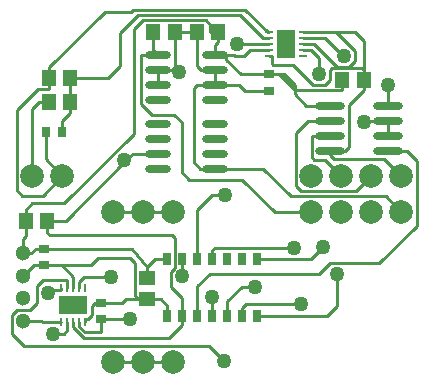
<source format=gbr>
G04 Layer_Physical_Order=2*
G04 Layer_Color=16711680*
%FSLAX45Y45*%
%MOMM*%
%TF.FileFunction,Copper,L2,Bot,Signal*%
%TF.Part,Single*%
G01*
G75*
%TA.AperFunction,SMDPad,CuDef*%
%ADD13R,1.40000X1.20000*%
%ADD14R,0.90000X0.80000*%
%TA.AperFunction,Conductor*%
%ADD15C,0.25400*%
%TA.AperFunction,ComponentPad*%
%ADD17C,2.00000*%
%ADD18C,1.30000*%
%TA.AperFunction,ViaPad*%
%ADD19C,1.27000*%
%TA.AperFunction,SMDPad,CuDef*%
%ADD20O,2.20000X0.60000*%
%ADD21O,2.50000X0.70000*%
%ADD22R,1.20000X1.40000*%
%ADD23R,0.25000X0.67500*%
%ADD24R,0.67500X0.25000*%
%ADD25R,0.65000X1.00000*%
%ADD26R,0.80000X0.90000*%
%TA.AperFunction,Conductor*%
%ADD27C,0.22500*%
%TA.AperFunction,NonConductor*%
%ADD28R,2.37500X1.62504*%
%ADD29R,1.62504X2.37500*%
D13*
X-1440180Y-77297D02*
D03*
Y102702D02*
D03*
D14*
X-1828800Y-247792D02*
D03*
Y-107793D02*
D03*
X-406400Y1828800D02*
D03*
Y1688800D02*
D03*
X-2311400Y209403D02*
D03*
Y349402D02*
D03*
D15*
X-1229360Y1866900D02*
X-1205398Y1890862D01*
X-906780Y2184400D02*
Y2246508D01*
X-769620Y1950720D02*
Y1993900D01*
X-1473200Y660400D02*
X-1219200D01*
X-1473200Y-609600D02*
X-1219200D01*
X-1623060Y1089660D02*
X-1557020Y1155700D01*
X-2128520Y584200D02*
X-1623060Y1089660D01*
X601980Y1562100D02*
Y1737360D01*
X-1254760Y-406400D02*
X-1143000Y-294640D01*
X-1973580Y-406400D02*
X-1254760D01*
X-322021Y1828800D02*
X-279400D01*
X-406400D02*
X-322021D01*
X-769620Y1993900D02*
X-706130D01*
X-865998D02*
X-769620D01*
X-187960Y1694739D02*
Y1737360D01*
Y1656080D02*
Y1694739D01*
X394802Y1859280D02*
Y2110298D01*
X-1229360Y1866900D02*
X-1188720D01*
X-1345997D02*
X-1229360D01*
X-2162043Y209403D02*
X-1916577D01*
X-1620505Y-77297D02*
X-1515283D01*
X-2353163Y1593997D02*
X-2268504D01*
X-2413000Y1534160D02*
X-2353163Y1593997D01*
X-2413000Y965200D02*
Y1534160D01*
X-1828800Y-247792D02*
X-1586088D01*
X-1566062Y349402D02*
X-1440180Y198120D01*
X-2311400Y349402D02*
X-1566062D01*
X-865998Y1028700D02*
X-460502D01*
X-223901Y792099D01*
X579501D01*
X711200Y660400D01*
X-30480Y2082795D02*
X165095Y1887220D01*
X268961D01*
X322301Y1940560D01*
Y2022119D01*
X161620Y2182800D02*
X322301Y2022119D01*
X-1385397Y2033300D02*
Y2184400D01*
Y2033300D02*
X-1345997Y1993900D01*
X-2374900Y30480D02*
X-2321560Y83820D01*
X-2374900Y-111557D02*
Y30480D01*
X-2428240Y-164897D02*
X-2374900Y-111557D01*
X-2537257Y-164897D02*
X-2428240D01*
X-2585720Y-213360D02*
X-2537257Y-164897D01*
X-2585720Y-375920D02*
Y-213360D01*
Y-375920D02*
X-2484120Y-477520D01*
X-914400D01*
X-789940Y-601980D01*
X-508000Y266700D02*
X-319761D01*
X-314960Y261899D01*
X-50521D01*
X48260Y360680D01*
X15240Y1831340D02*
Y1961678D01*
X-1973763Y111760D02*
X-1747520D01*
X601401Y1562100D02*
X601980D01*
X-889000Y-215900D02*
Y-60960D01*
X-1635760Y1102360D02*
X-1623060Y1089660D01*
X-987745Y1028700D02*
X-865998D01*
X-1046165Y1087120D02*
X-987745Y1028700D01*
X-1046165Y1087120D02*
Y1714815D01*
X-1021080Y1739900D01*
X-865998D01*
X-2400696Y209403D02*
X-2311400D01*
X-2489200Y120899D02*
X-2400696Y209403D01*
X-2466000Y457540D02*
Y584200D01*
X-2489200Y434340D02*
X-2466000Y457540D01*
X-2489200Y311399D02*
Y434340D01*
X-279400Y1828800D02*
X-187960Y1737360D01*
Y1656080D02*
X-93980Y1562100D01*
X111399D01*
X-762000Y-215900D02*
Y-96520D01*
X-640080Y25400D01*
X-523240D01*
X398780Y1424940D02*
X408940Y1435100D01*
X601401D01*
X-769620Y1950720D02*
X-647700Y1828800D01*
X-406400D01*
X322301Y2182800D02*
X394802Y2110298D01*
X218714Y1981200D02*
X228600D01*
X67117Y2132797D02*
X218714Y1981200D01*
X-322021Y1828800D02*
X-187960Y1694739D01*
X214803D01*
Y1778000D01*
X394802D02*
Y1859280D01*
X374482Y1879600D02*
X394802Y1859280D01*
X129261Y1879600D02*
X374482D01*
X108941Y1859280D02*
X129261Y1879600D01*
X108941Y1778279D02*
Y1859280D01*
X68301Y1737639D02*
X108941Y1778279D01*
X-35839Y1737639D02*
X68301D01*
X-203200Y1905000D02*
X-35839Y1737639D01*
X-370840Y1905000D02*
X-203200D01*
X-889000Y807720D02*
X-777240D01*
X-1016000Y680720D02*
X-889000Y807720D01*
X-1016000Y266700D02*
Y680720D01*
X-1143000Y-215900D02*
Y-71120D01*
X-1236980Y22860D02*
X-1143000Y-71120D01*
X-1236980Y22860D02*
Y155738D01*
X-1207298Y185420D01*
Y439420D01*
X-1230158Y462280D02*
X-1207298Y439420D01*
X-2265680Y462280D02*
X-1230158D01*
X-2286000Y482600D02*
X-2265680Y462280D01*
X-2286000Y482600D02*
Y584200D01*
X-1016000Y-215900D02*
Y30480D01*
X-906780Y139700D01*
X17003D01*
X105628Y228326D01*
X525506D01*
X843280Y546100D01*
Y1094740D01*
X756920Y1181100D02*
X843280Y1094740D01*
X601401Y1181100D02*
X756920D01*
X-2088505Y1797197D02*
X-1768963D01*
X-1666240Y1899920D01*
Y2179772D01*
X-1518503Y2327509D01*
X-651109D01*
X-2235200Y-370840D02*
X-2143760D01*
X-2114403Y-341483D01*
X-1188720Y1866900D02*
X-1165860Y1844040D01*
X-2466000Y584200D02*
Y680720D01*
X-2412660Y734060D01*
X-2141220D01*
X-1551940Y1323340D01*
Y2207260D01*
X-1474592Y2284608D01*
X-944880D01*
X-906780Y2246508D01*
Y2184400D02*
X-838200D01*
X-617261Y1981200D02*
X-565663Y2032798D01*
X-693430Y1981200D02*
X-617261D01*
X-706130Y1993900D02*
X-693430Y1981200D01*
X-868680Y355600D02*
X-193040D01*
X-889000Y335280D02*
X-868680Y355600D01*
X-889000Y266700D02*
Y335280D01*
X165100Y-132080D02*
Y134620D01*
X81280Y-215900D02*
X165100Y-132080D01*
X-508000Y-215900D02*
X81280D01*
X-1143000Y116840D02*
Y266700D01*
X-360680Y660400D02*
X-50800D01*
X-635000Y934720D02*
X-360680Y660400D01*
X-1087120Y934720D02*
X-635000D01*
X-1148080Y995680D02*
X-1087120Y934720D01*
X-1148080Y995680D02*
Y1419860D01*
X-1209040Y1480820D02*
X-1148080Y1419860D01*
X-1394460Y1480820D02*
X-1209040D01*
X-1488440Y1574800D02*
X-1394460Y1480820D01*
X-1488440Y1574800D02*
Y1993900D01*
X-1345997D01*
X-2280920Y-22860D02*
X-2258060Y0D01*
X-1515283Y-77297D02*
X-1440180D01*
X-1541780Y-50800D02*
X-1515283Y-77297D01*
X-1541780Y-50800D02*
Y228600D01*
X-1587500Y274320D02*
X-1541780Y228600D01*
X-1851660Y274320D02*
X-1587500D01*
X-1916577Y209403D02*
X-1851660Y274320D01*
X-2162043Y209403D02*
X-2064400Y111760D01*
X-2311400Y209403D02*
X-2162043D01*
X-604520Y-121920D02*
X-134620D01*
X-635000Y-152400D02*
X-604520Y-121920D01*
X-635000Y-215900D02*
Y-152400D01*
X-78740Y1435100D02*
X111399D01*
X-182880Y1330960D02*
X-78740Y1435100D01*
X-182880Y883920D02*
Y1330960D01*
Y883920D02*
X-133960Y835000D01*
X327000D01*
X457200Y965200D01*
X394802Y1696720D02*
Y1778000D01*
X266700Y1568618D02*
X394802Y1696720D01*
X266700Y1209040D02*
Y1568618D01*
X238760Y1181100D02*
X266700Y1209040D01*
X111399Y1181100D02*
X238760D01*
X-2268504Y1797197D02*
Y1884396D01*
X-1798320Y2354580D01*
X-1577233D01*
X-1561404Y2370409D01*
X-606709D01*
X-1557020Y1155700D02*
X-1345997D01*
X-2286000Y584200D02*
X-2128520D01*
X-2268504Y1704340D02*
Y1797197D01*
X-2367280Y1704340D02*
X-2268504D01*
X-2545080Y1526540D02*
X-2367280Y1704340D01*
X-2545080Y843280D02*
Y1526540D01*
Y843280D02*
X-2501900Y800100D01*
X-2324100D01*
X-2159000Y965200D01*
X-1371600Y266700D02*
X-1270000D01*
X-1440180Y198120D02*
X-1371600Y266700D01*
X-1440180Y102702D02*
Y198120D01*
X-1905000Y-132080D02*
X-1880713Y-107793D01*
X-1828800D01*
X-1270000Y-215900D02*
Y-132080D01*
X-1324783Y-77297D02*
X-1270000Y-132080D01*
X-1440180Y-77297D02*
X-1324783D01*
X-985520Y1866900D02*
X-865998D01*
X-1018200Y1899580D02*
X-985520Y1866900D01*
X-1018200Y1899580D02*
Y2184400D01*
X-1205398Y1890862D02*
Y2184400D01*
X-2299305Y1105505D02*
Y1339997D01*
Y1105505D02*
X-2159000Y965200D01*
X111399Y1143361D02*
Y1181100D01*
Y1143361D02*
X144780Y1109980D01*
X566420D01*
X711200Y965200D01*
X-45720Y1308100D02*
X111399D01*
X-45720Y1127760D02*
Y1308100D01*
Y1127760D02*
X-22860Y1104900D01*
X63500D01*
X203200Y965200D01*
X-1143000Y-294640D02*
Y-215900D01*
X-838200Y2102978D02*
Y2184400D01*
X-865998Y2075180D02*
X-838200Y2102978D01*
X-865998Y1993900D02*
Y2075180D01*
X-2382617Y349402D02*
X-2311400D01*
X-2420620Y311399D02*
X-2382617Y349402D01*
X-2489200Y311399D02*
X-2420620D01*
X-1651000Y-107793D02*
X-1620505Y-77297D01*
X-1828800Y-107793D02*
X-1651000D01*
X-611840Y1688800D02*
X-406400D01*
X-662940Y1739900D02*
X-611840Y1688800D01*
X-865998Y1739900D02*
X-662940D01*
X-865998D02*
Y1866900D01*
X-1205398Y2184400D02*
X-1018200D01*
X-1345997Y1739900D02*
Y1866900D01*
X-2088505Y1500815D02*
Y1593997D01*
X-2159300Y1430020D02*
X-2088505Y1500815D01*
X-2159300Y1339997D02*
Y1430020D01*
X-2088505Y1593997D02*
Y1797197D01*
X601401Y1308100D02*
Y1435100D01*
X-2325426Y-266395D02*
X-2164405D01*
X-2331720Y-260101D02*
X-2325426Y-266395D01*
X-2489200Y-260101D02*
X-2331720D01*
X-1727200Y-609600D02*
X-1473200D01*
X-1727200Y660400D02*
X-1473200D01*
D17*
X-2159000Y965200D02*
D03*
X-2413000D02*
D03*
X-1727200Y-609600D02*
D03*
X-1473200D02*
D03*
X-1219200D02*
D03*
Y660400D02*
D03*
X-1473200D02*
D03*
X-1727200D02*
D03*
X-50800Y965200D02*
D03*
X203200D02*
D03*
X457200D02*
D03*
X711200D02*
D03*
X-50800Y660400D02*
D03*
X203200D02*
D03*
X457200D02*
D03*
X711200D02*
D03*
D18*
X-2489200Y-260101D02*
D03*
Y-69601D02*
D03*
Y120899D02*
D03*
Y311399D02*
D03*
D19*
X-1586088Y-247792D02*
D03*
X-789940Y-601980D02*
D03*
X48260Y360680D02*
D03*
X15240Y1831340D02*
D03*
X-1747520Y111760D02*
D03*
X601980Y1737360D02*
D03*
X-889000Y-60960D02*
D03*
X-675645Y2082795D02*
D03*
X-1635760Y1102360D02*
D03*
X-523240Y25400D02*
D03*
X398780Y1424940D02*
D03*
X228600Y1981200D02*
D03*
X-777240Y807720D02*
D03*
X-2235200Y-370840D02*
D03*
X-1165860Y1844040D02*
D03*
X-193040Y355600D02*
D03*
X165100Y134620D02*
D03*
X-1143000Y116840D02*
D03*
X-2280920Y-22860D02*
D03*
X-134620Y-121920D02*
D03*
D20*
X-1345997Y1612900D02*
D03*
Y1739900D02*
D03*
Y1866900D02*
D03*
Y1993900D02*
D03*
X-865998Y1612900D02*
D03*
Y1739900D02*
D03*
Y1866900D02*
D03*
Y1993900D02*
D03*
X-1345997Y1028700D02*
D03*
Y1155700D02*
D03*
Y1282700D02*
D03*
Y1409700D02*
D03*
X-865998Y1028700D02*
D03*
Y1155700D02*
D03*
Y1282700D02*
D03*
Y1409700D02*
D03*
D21*
X601401Y1562100D02*
D03*
Y1435100D02*
D03*
Y1308100D02*
D03*
Y1181100D02*
D03*
X111399Y1562100D02*
D03*
Y1435100D02*
D03*
Y1308100D02*
D03*
Y1181100D02*
D03*
D22*
X-2466000Y584200D02*
D03*
X-2286000D02*
D03*
X394802Y1778000D02*
D03*
X214803D02*
D03*
X-1018200Y2184400D02*
D03*
X-838200D02*
D03*
X-1205398D02*
D03*
X-1385397D02*
D03*
X-2088505Y1593997D02*
D03*
X-2268504D02*
D03*
X-2088505Y1797197D02*
D03*
X-2268504D02*
D03*
D23*
X-1964400Y21107D02*
D03*
X-2014403D02*
D03*
X-2164405D02*
D03*
X-2114403D02*
D03*
X-2064400D02*
D03*
X-2164405Y-266395D02*
D03*
X-1964400D02*
D03*
X-2014403D02*
D03*
X-2114403D02*
D03*
X-2064400D02*
D03*
D24*
X-406400Y2082795D02*
D03*
Y2132797D02*
D03*
Y2032798D02*
D03*
Y1982795D02*
D03*
Y2182800D02*
D03*
X-118897Y2082795D02*
D03*
Y2132797D02*
D03*
Y2182800D02*
D03*
Y2032798D02*
D03*
Y1982795D02*
D03*
D25*
X-1270000Y-215900D02*
D03*
X-1143000D02*
D03*
X-508000D02*
D03*
X-635000D02*
D03*
X-508000Y266700D02*
D03*
X-635000D02*
D03*
X-1270000D02*
D03*
X-1143000D02*
D03*
X-1016000Y-215900D02*
D03*
X-889000D02*
D03*
X-762000D02*
D03*
Y266700D02*
D03*
X-889000D02*
D03*
X-1016000D02*
D03*
D26*
X-2299305Y1339997D02*
D03*
X-2159300D02*
D03*
D27*
X-383540Y1917700D02*
Y1982795D01*
X-1964400Y-246380D02*
X-1938020D01*
X-2258060Y0D02*
X-2164405D01*
X-2014403Y-309009D02*
Y-266395D01*
Y-309009D02*
X-1967812Y-355600D01*
X-1828800D02*
Y-247792D01*
X-1967812Y-355600D02*
X-1828800D01*
X-2064400Y-315580D02*
X-1973580Y-406400D01*
X161620Y2182800D02*
X322301D01*
X-118897D02*
X161620D01*
X-118897Y2082795D02*
X-30480D01*
X-2114403Y21107D02*
Y83820D01*
X-2321560D02*
X-2114403D01*
X-55880Y2032798D02*
X15240Y1961678D01*
X-118897Y2032798D02*
X-55880D01*
X-2014403Y21107D02*
Y71120D01*
X-1973763Y111760D01*
X-675645Y2082795D02*
X-406400D01*
X-118897Y2132797D02*
X67117D01*
X-383540Y1917700D02*
X-370840Y1905000D01*
X-406400Y1982795D02*
X-383540D01*
X-651109Y2327509D02*
X-456397Y2132797D01*
X-406400D01*
X-2114403Y-341483D02*
Y-266395D01*
X-565663Y2032798D02*
X-406400D01*
X-2164405Y0D02*
Y21107D01*
X-2064400D02*
Y111760D01*
X-606709Y2370409D02*
X-419100Y2182800D01*
X-406400D01*
X-1964400Y-266395D02*
Y-246380D01*
X-1938020D02*
X-1905000Y-213360D01*
Y-132080D01*
X-2064400Y-315580D02*
Y-266395D01*
D28*
Y-122644D02*
D03*
D29*
X-262651Y2082797D02*
D03*
%TF.MD5,0735532158aed71d215ac58d465782ff*%
M02*

</source>
